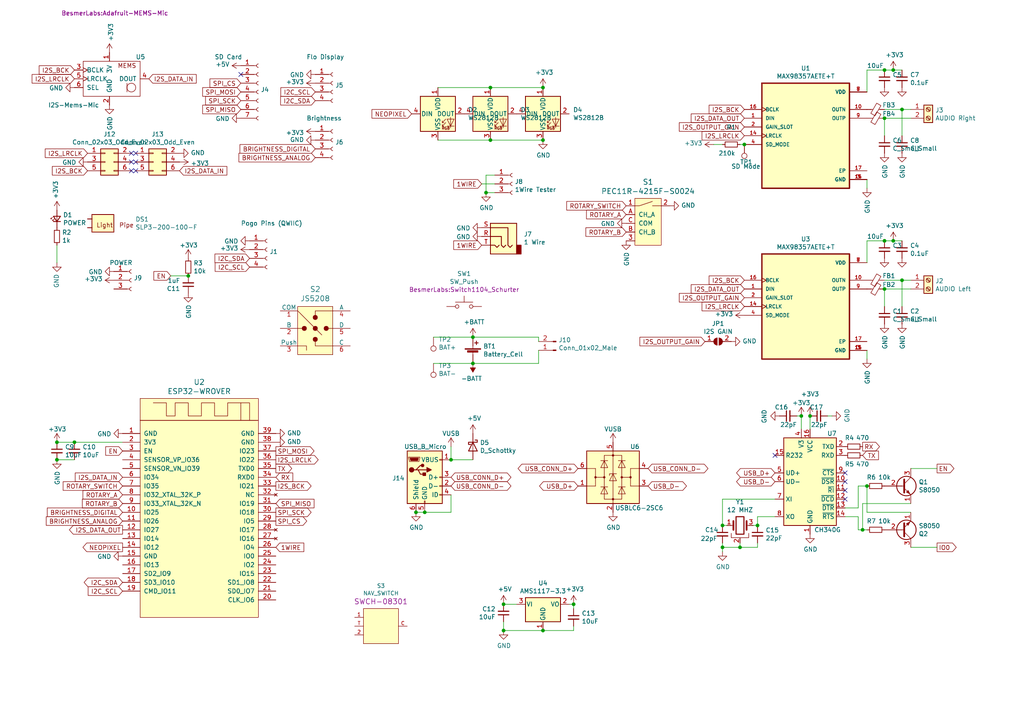
<source format=kicad_sch>
(kicad_sch (version 20211123) (generator eeschema)
  (paper "A4")
  (junction (at 259.08 20.32))
  (junction (at 234.95 120.65))
  (junction (at 256.54 69.85))
  (junction (at 219.71 152.4))
  (junction (at 261.62 31.75))
  (junction (at 140.97 55.88))
  (junction (at 157.48 182.88))
  (junction (at 142.24 40.64))
  (junction (at 21.59 128.27))
  (junction (at 232.41 120.65))
  (junction (at 209.55 158.75))
  (junction (at 123.19 148.59))
  (junction (at 137.16 105.41))
  (junction (at 209.55 152.4))
  (junction (at 214.63 158.75))
  (junction (at 54.61 80.01))
  (junction (at 157.48 40.64))
  (junction (at 166.37 175.26))
  (junction (at 137.16 97.79))
  (junction (at 256.54 34.29))
  (junction (at 261.62 81.28))
  (junction (at 120.65 148.59))
  (junction (at 256.54 20.32))
  (junction (at 157.48 25.4))
  (junction (at 130.81 133.35))
  (junction (at 16.51 128.27))
  (junction (at 250.19 153.67))
  (junction (at 146.05 175.26))
  (junction (at 256.54 83.82))
  (junction (at 259.08 69.85))
  (junction (at 251.46 140.97))
  (junction (at 16.51 133.35))
  (junction (at 215.9 41.91))
  (junction (at 142.24 25.4))
  (junction (at 146.05 182.88))
  (no_connect (at 245.11 144.78))
  (no_connect (at 245.11 139.7))
  (no_connect (at 69.85 21.59))
  (no_connect (at 245.11 142.24))
  (no_connect (at 38.1 46.99))
  (no_connect (at 39.37 44.45))
  (no_connect (at 39.37 46.99))
  (no_connect (at 245.11 137.16))
  (no_connect (at 224.79 132.08))
  (no_connect (at 38.1 49.53))
  (no_connect (at 39.37 49.53))
  (no_connect (at 38.1 44.45))
  (wire (pts (xy 245.11 147.32) (xy 248.92 147.32)))
  (wire (pts (xy 156.21 105.41) (xy 156.21 101.6)))
  (wire (pts (xy 264.16 148.59) (xy 251.46 148.59)))
  (wire (pts (xy 166.37 175.26) (xy 166.37 176.53)))
  (wire (pts (xy 256.54 31.75) (xy 261.62 31.75)))
  (wire (pts (xy 264.16 34.29) (xy 256.54 34.29)))
  (wire (pts (xy 125.73 97.79) (xy 137.16 97.79)))
  (wire (pts (xy 250.19 153.67) (xy 251.46 153.67)))
  (wire (pts (xy 209.55 152.4) (xy 209.55 144.78)))
  (wire (pts (xy 130.81 148.59) (xy 123.19 148.59)))
  (wire (pts (xy 251.46 101.6) (xy 251.46 104.14)))
  (wire (pts (xy 209.55 144.78) (xy 224.79 144.78)))
  (wire (pts (xy 219.71 149.86) (xy 224.79 149.86)))
  (wire (pts (xy 248.92 153.67) (xy 248.92 149.86)))
  (wire (pts (xy 271.78 158.75) (xy 264.16 158.75)))
  (wire (pts (xy 156.21 97.79) (xy 156.21 99.06)))
  (wire (pts (xy 264.16 83.82) (xy 256.54 83.82)))
  (wire (pts (xy 219.71 158.75) (xy 219.71 157.48)))
  (wire (pts (xy 120.65 148.59) (xy 123.19 148.59)))
  (wire (pts (xy 251.46 52.07) (xy 251.46 54.61)))
  (wire (pts (xy 21.59 128.27) (xy 35.56 128.27)))
  (wire (pts (xy 130.81 133.35) (xy 130.81 129.54)))
  (wire (pts (xy 259.08 20.32) (xy 256.54 20.32)))
  (wire (pts (xy 157.48 182.88) (xy 166.37 182.88)))
  (wire (pts (xy 234.95 120.65) (xy 234.95 124.46)))
  (wire (pts (xy 256.54 69.85) (xy 251.46 69.85)))
  (wire (pts (xy 245.11 149.86) (xy 248.92 149.86)))
  (wire (pts (xy 261.62 31.75) (xy 261.62 39.37)))
  (wire (pts (xy 166.37 182.88) (xy 166.37 181.61)))
  (wire (pts (xy 16.51 71.12) (xy 16.51 76.2)))
  (wire (pts (xy 251.46 20.32) (xy 251.46 26.67)))
  (wire (pts (xy 264.16 135.89) (xy 271.78 135.89)))
  (wire (pts (xy 209.55 158.75) (xy 214.63 158.75)))
  (wire (pts (xy 130.81 143.51) (xy 130.81 148.59)))
  (wire (pts (xy 261.62 31.75) (xy 264.16 31.75)))
  (wire (pts (xy 209.55 41.91) (xy 207.01 41.91)))
  (wire (pts (xy 140.97 55.88) (xy 140.97 50.8)))
  (wire (pts (xy 137.16 105.41) (xy 156.21 105.41)))
  (wire (pts (xy 146.05 182.88) (xy 157.48 182.88)))
  (wire (pts (xy 214.63 158.75) (xy 214.63 157.48)))
  (wire (pts (xy 256.54 20.32) (xy 251.46 20.32)))
  (wire (pts (xy 209.55 157.48) (xy 209.55 158.75)))
  (wire (pts (xy 251.46 148.59) (xy 251.46 140.97)))
  (wire (pts (xy 248.92 140.97) (xy 248.92 147.32)))
  (wire (pts (xy 250.19 146.05) (xy 250.19 153.67)))
  (wire (pts (xy 146.05 180.34) (xy 146.05 182.88)))
  (wire (pts (xy 251.46 140.97) (xy 248.92 140.97)))
  (wire (pts (xy 232.41 120.65) (xy 231.14 120.65)))
  (wire (pts (xy 256.54 39.37) (xy 256.54 34.29)))
  (wire (pts (xy 264.16 146.05) (xy 250.19 146.05)))
  (wire (pts (xy 143.51 55.88) (xy 140.97 55.88)))
  (wire (pts (xy 125.73 105.41) (xy 137.16 105.41)))
  (wire (pts (xy 127 40.64) (xy 142.24 40.64)))
  (wire (pts (xy 165.1 175.26) (xy 166.37 175.26)))
  (wire (pts (xy 209.55 158.75) (xy 209.55 160.02)))
  (wire (pts (xy 137.16 97.79) (xy 156.21 97.79)))
  (wire (pts (xy 261.62 81.28) (xy 261.62 88.9)))
  (wire (pts (xy 218.44 152.4) (xy 219.71 152.4)))
  (wire (pts (xy 142.24 25.4) (xy 157.48 25.4)))
  (wire (pts (xy 139.7 53.34) (xy 143.51 53.34)))
  (wire (pts (xy 49.53 80.01) (xy 54.61 80.01)))
  (wire (pts (xy 241.3 120.65) (xy 240.03 120.65)))
  (wire (pts (xy 142.24 40.64) (xy 157.48 40.64)))
  (wire (pts (xy 214.63 158.75) (xy 219.71 158.75)))
  (wire (pts (xy 16.51 128.27) (xy 21.59 128.27)))
  (wire (pts (xy 209.55 152.4) (xy 210.82 152.4)))
  (wire (pts (xy 146.05 175.26) (xy 149.86 175.26)))
  (wire (pts (xy 261.62 81.28) (xy 264.16 81.28)))
  (wire (pts (xy 250.19 153.67) (xy 248.92 153.67)))
  (wire (pts (xy 261.62 20.32) (xy 259.08 20.32)))
  (wire (pts (xy 251.46 69.85) (xy 251.46 76.2)))
  (wire (pts (xy 259.08 69.85) (xy 256.54 69.85)))
  (wire (pts (xy 127 25.4) (xy 142.24 25.4)))
  (wire (pts (xy 219.71 152.4) (xy 219.71 149.86)))
  (wire (pts (xy 256.54 81.28) (xy 261.62 81.28)))
  (wire (pts (xy 256.54 88.9) (xy 256.54 83.82)))
  (wire (pts (xy 214.63 41.91) (xy 215.9 41.91)))
  (wire (pts (xy 232.41 120.65) (xy 232.41 124.46)))
  (wire (pts (xy 140.97 50.8) (xy 143.51 50.8)))
  (wire (pts (xy 130.81 133.35) (xy 137.16 133.35)))
  (wire (pts (xy 261.62 69.85) (xy 259.08 69.85)))
  (wire (pts (xy 21.59 133.35) (xy 16.51 133.35)))
  (global_label "TX" (shape output) (at 80.01 135.89 0) (property "Intersheet References" "${INTERSHEET_REFS}" (effects hide)))
  (global_label "I2S_OUTPUT_GAIN" (shape input) (at 215.9 36.83 180) (property "Intersheet References" "${INTERSHEET_REFS}" (effects hide)))
  (global_label "EN" (shape output) (at 271.78 135.89 0) (property "Intersheet References" "${INTERSHEET_REFS}" (effects hide)))
  (global_label "NEOPIXEL" (shape output) (at 35.56 158.75 180) (property "Intersheet References" "${INTERSHEET_REFS}" (effects hide)))
  (global_label "I2S_BCK" (shape input) (at 21.59 20.32 180) (property "Intersheet References" "${INTERSHEET_REFS}" (effects hide)))
  (global_label "ROTARY_B" (shape input) (at 35.56 146.05 180) (property "Intersheet References" "${INTERSHEET_REFS}" (effects hide)))
  (global_label "USB_D+" (shape bidirectional) (at 167.64 140.97 180) (property "Intersheet References" "${INTERSHEET_REFS}" (effects hide)))
  (global_label "I2S_OUTPUT_GAIN" (shape input) (at 204.47 99.06 180) (property "Intersheet References" "${INTERSHEET_REFS}" (effects hide)))
  (global_label "EN" (shape input) (at 35.56 130.81 180) (property "Intersheet References" "${INTERSHEET_REFS}" (effects hide)))
  (global_label "ROTARY_A" (shape input) (at 181.61 62.23 180) (property "Intersheet References" "${INTERSHEET_REFS}" (effects hide)))
  (global_label "I2C_SCL" (shape input) (at 35.56 171.45 180) (property "Intersheet References" "${INTERSHEET_REFS}" (effects hide)))
  (global_label "RX" (shape input) (at 80.01 138.43 0) (property "Intersheet References" "${INTERSHEET_REFS}" (effects hide)))
  (global_label "USB_D-" (shape bidirectional) (at 224.79 139.7 180) (property "Intersheet References" "${INTERSHEET_REFS}" (effects hide)))
  (global_label "I2S_LRCLK" (shape input) (at 215.9 88.9 180) (property "Intersheet References" "${INTERSHEET_REFS}" (effects hide)))
  (global_label "1WIRE" (shape input) (at 139.7 53.34 180) (property "Intersheet References" "${INTERSHEET_REFS}" (effects hide)))
  (global_label "I2S_LRCLK" (shape input) (at 25.4 44.45 180) (property "Intersheet References" "${INTERSHEET_REFS}" (effects hide)))
  (global_label "I2C_SCL" (shape input) (at 91.44 26.67 180) (property "Intersheet References" "${INTERSHEET_REFS}" (effects hide)))
  (global_label "ROTARY_B" (shape input) (at 181.61 67.31 180) (property "Intersheet References" "${INTERSHEET_REFS}" (effects hide)))
  (global_label "1WIRE" (shape input) (at 139.7 71.12 180) (property "Intersheet References" "${INTERSHEET_REFS}" (effects hide)))
  (global_label "SPI_MISO" (shape input) (at 80.01 146.05 0) (property "Intersheet References" "${INTERSHEET_REFS}" (effects hide)))
  (global_label "USB_D-" (shape bidirectional) (at 187.96 140.97 0) (property "Intersheet References" "${INTERSHEET_REFS}" (effects hide)))
  (global_label "I2S_DATA_OUT" (shape output) (at 35.56 153.67 180) (property "Intersheet References" "${INTERSHEET_REFS}" (effects hide)))
  (global_label "I2C_SCL" (shape input) (at 72.39 77.47 180) (property "Intersheet References" "${INTERSHEET_REFS}" (effects hide)))
  (global_label "BRIGHTNESS_DIGITAL" (shape input) (at 91.44 43.18 180) (property "Intersheet References" "${INTERSHEET_REFS}" (effects hide)))
  (global_label "1WIRE" (shape input) (at 80.01 158.75 0) (property "Intersheet References" "${INTERSHEET_REFS}" (effects hide)))
  (global_label "SPI_SCK" (shape input) (at 69.85 29.21 180) (property "Intersheet References" "${INTERSHEET_REFS}" (effects hide)))
  (global_label "I2C_SDA" (shape bidirectional) (at 35.56 168.91 180) (property "Intersheet References" "${INTERSHEET_REFS}" (effects hide)))
  (global_label "USB_CONN_D-" (shape bidirectional) (at 130.81 140.97 0) (property "Intersheet References" "${INTERSHEET_REFS}" (effects hide)))
  (global_label "IO0" (shape output) (at 271.78 158.75 0) (property "Intersheet References" "${INTERSHEET_REFS}" (effects hide)))
  (global_label "SPI_MOSI" (shape output) (at 80.01 130.81 0) (property "Intersheet References" "${INTERSHEET_REFS}" (effects hide)))
  (global_label "SPI_MISO" (shape input) (at 69.85 31.75 180) (property "Intersheet References" "${INTERSHEET_REFS}" (effects hide)))
  (global_label "ROTARY_SWITCH" (shape input) (at 181.61 59.69 180) (property "Intersheet References" "${INTERSHEET_REFS}" (effects hide)))
  (global_label "I2S_BCK" (shape input) (at 215.9 31.75 180) (property "Intersheet References" "${INTERSHEET_REFS}" (effects hide)))
  (global_label "I2C_SDA" (shape input) (at 91.44 29.21 180) (property "Intersheet References" "${INTERSHEET_REFS}" (effects hide)))
  (global_label "I2S_LRCLK" (shape input) (at 21.59 22.86 180) (property "Intersheet References" "${INTERSHEET_REFS}" (effects hide)))
  (global_label "SPI_CS" (shape input) (at 69.85 24.13 180) (property "Intersheet References" "${INTERSHEET_REFS}" (effects hide)))
  (global_label "TX" (shape input) (at 250.19 132.08 0) (property "Intersheet References" "${INTERSHEET_REFS}" (effects hide)))
  (global_label "SPI_CS" (shape output) (at 80.01 151.13 0) (property "Intersheet References" "${INTERSHEET_REFS}" (effects hide)))
  (global_label "USB_CONN_D+" (shape bidirectional) (at 130.81 138.43 0) (property "Intersheet References" "${INTERSHEET_REFS}" (effects hide)))
  (global_label "I2S_DATA_IN" (shape input) (at 43.18 22.86 0) (property "Intersheet References" "${INTERSHEET_REFS}" (effects hide)))
  (global_label "ROTARY_A" (shape input) (at 35.56 143.51 180) (property "Intersheet References" "${INTERSHEET_REFS}" (effects hide)))
  (global_label "I2S_BCK" (shape output) (at 80.01 140.97 0) (property "Intersheet References" "${INTERSHEET_REFS}" (effects hide)))
  (global_label "BRIGHTNESS_ANALOG" (shape input) (at 35.56 151.13 180) (property "Intersheet References" "${INTERSHEET_REFS}" (effects hide)))
  (global_label "USB_CONN_D-" (shape bidirectional) (at 187.96 135.89 0) (property "Intersheet References" "${INTERSHEET_REFS}" (effects hide)))
  (global_label "I2S_DATA_OUT" (shape input) (at 215.9 83.82 180) (property "Intersheet References" "${INTERSHEET_REFS}" (effects hide)))
  (global_label "RX" (shape output) (at 250.19 129.54 0) (property "Intersheet References" "${INTERSHEET_REFS}" (effects hide)))
  (global_label "ROTARY_SWITCH" (shape input) (at 35.56 140.97 180) (property "Intersheet References" "${INTERSHEET_REFS}" (effects hide)))
  (global_label "USB_D+" (shape bidirectional) (at 224.79 137.16 180) (property "Intersheet References" "${INTERSHEET_REFS}" (effects hide)))
  (global_label "I2S_DATA_OUT" (shape input) (at 215.9 34.29 180) (property "Intersheet References" "${INTERSHEET_REFS}" (effects hide)))
  (global_label "I2C_SDA" (shape input) (at 72.39 74.93 180) (property "Intersheet References" "${INTERSHEET_REFS}" (effects hide)))
  (global_label "I2S_OUTPUT_GAIN" (shape input) (at 215.9 86.36 180) (property "Intersheet References" "${INTERSHEET_REFS}" (effects hide)))
  (global_label "NEOPIXEL" (shape input) (at 119.38 33.02 180) (property "Intersheet References" "${INTERSHEET_REFS}" (effects hide)))
  (global_label "SPI_SCK" (shape output) (at 80.01 148.59 0) (property "Intersheet References" "${INTERSHEET_REFS}" (effects hide)))
  (global_label "I2S_DATA_IN" (shape input) (at 35.56 138.43 180) (property "Intersheet References" "${INTERSHEET_REFS}" (effects hide)))
  (global_label "SPI_MOSI" (shape input) (at 69.85 26.67 180) (property "Intersheet References" "${INTERSHEET_REFS}" (effects hide)))
  (global_label "I2S_LRCLK" (shape input) (at 215.9 39.37 180) (property "Intersheet References" "${INTERSHEET_REFS}" (effects hide)))
  (global_label "BRIGHTNESS_DIGITAL" (shape input) (at 35.56 148.59 180) (property "Intersheet References" "${INTERSHEET_REFS}" (effects hide)))
  (global_label "I2S_BCK" (shape input) (at 25.4 49.53 180) (property "Intersheet References" "${INTERSHEET_REFS}" (effects hide)))
  (global_label "I2S_BCK" (shape input) (at 215.9 81.28 180) (property "Intersheet References" "${INTERSHEET_REFS}" (effects hide)))
  (global_label "EN" (shape input) (at 49.53 80.01 180) (property "Intersheet References" "${INTERSHEET_REFS}" (effects hide)))
  (global_label "I2S_DATA_IN" (shape input) (at 52.07 49.53 0) (property "Intersheet References" "${INTERSHEET_REFS}" (effects hide)))
  (global_label "BRIGHTNESS_ANALOG" (shape input) (at 91.44 45.72 180) (property "Intersheet References" "${INTERSHEET_REFS}" (effects hide)))
  (global_label "USB_CONN_D+" (shape bidirectional) (at 167.64 135.89 180) (property "Intersheet References" "${INTERSHEET_REFS}" (effects hide)))
  (global_label "I2S_LRCLK" (shape output) (at 80.01 133.35 0) (property "Intersheet References" "${INTERSHEET_REFS}" (effects hide)))
  (symbol (lib_id "power:GND") (at 80.01 125.73 90) (unit 1)
    (property "Reference" "#PWR0102" (effects hide))
    (property "Value" "GND" (at 83.2612 125.603 90) (effects (justify right)))
  )
  (symbol (lib_id "power:GND") (at 80.01 128.27 90) (unit 1)
    (property "Reference" "#PWR0101" (effects hide))
    (property "Value" "GND" (at 83.2612 128.143 90) (effects (justify right)))
  )
  (symbol (lib_id "power:GND") (at 35.56 125.73 270) (unit 1)
    (property "Reference" "#PWR0103" (effects hide))
    (property "Value" "GND" (at 32.3088 125.857 90) (effects (justify right)))
  )
  (symbol (lib_id "power:+3V3") (at 16.51 128.27 0) (unit 1)
    (property "Reference" "#PWR0104" (effects hide))
    (property "Value" "+3V3" (at 13.97 124.46 0) (effects (justify left)))
  )
  (symbol (lib_id "Multiplatine-rescue:ESP32-WROVER-esp32-wrover") (at 58.42 144.78 0) (unit 1)
    (property "Reference" "U2" (at 57.785 110.8202 0) (effects (font (size 1.524 1.524))))
    (property "Value" "ESP32-WROVER" (at 57.785 113.5126 0) (effects (font (size 1.524 1.524))))
    (property "Footprint" "ESP32-WROVER-B__16MB:XCVR_ESP32-WROVER-B_(16MB)" (effects hide))
    (property "Datasheet" "https://www.espressif.com/sites/default/files/documentation/esp32-wrover_datasheet_en.pdf" (effects hide))
  )
  (symbol (lib_id "Jumper:SolderJumper_2_Open") (at 208.28 99.06 0) (unit 1)
    (property "Reference" "JP1" (at 208.28 93.853 0))
    (property "Value" "I2S GAIN" (at 208.28 96.1644 0))
    (property "Footprint" "Jumper:SolderJumper-2_P1.3mm_Open_RoundedPad1.0x1.5mm" (effects hide))
  )
  (symbol (lib_id "power:GND") (at 212.09 99.06 90) (unit 1)
    (property "Reference" "#PWR0108" (effects hide))
    (property "Value" "GND" (at 215.3412 98.933 90) (effects (justify right)))
  )
  (symbol (lib_id "Multiplatine-rescue:I2S-Mems-Mic-BesmerLabs") (at 31.75 22.86 0) (unit 1)
    (property "Reference" "U5" (at 39.37 16.51 0) (effects (justify left)))
    (property "Value" "I2S-Mems-Mic" (at 13.97 30.48 0) (effects (justify left)))
    (property "Footprint" "BesmerLabs:Adafruit-MEMS-Mic" (at 17.78 3.81 0) (effects (justify left)))
  )
  (symbol (lib_id "power:+3V3") (at 31.75 15.24 0) (unit 1)
    (property "Reference" "#PWR0151" (effects hide))
    (property "Value" "+3V3" (at 32.131 11.9888 90) (effects (justify left)))
  )
  (symbol (lib_id "power:GND") (at 21.59 25.4 270) (unit 1)
    (property "Reference" "#PWR0152" (effects hide))
    (property "Value" "GND" (at 18.3388 25.527 90) (effects (justify right)))
  )
  (symbol (lib_id "power:GND") (at 31.75 30.48 0) (unit 1)
    (property "Reference" "#PWR0153" (effects hide))
    (property "Value" "GND" (at 31.877 33.7312 90) (effects (justify right)))
  )
  (symbol (lib_id "Multiplatine-rescue:Ferrite_Bead_Small-Device") (at 254 81.28 270) (unit 1)
    (property "Reference" "FB1" (at 257.81 80.01 90))
    (property "Value" "Ferrite_Bead_Small" (effects hide))
    (property "Footprint" "Resistor_SMD:R_0805_2012Metric" (effects hide))
  )
  (symbol (lib_id "Connector:Screw_Terminal_01x02") (at 269.24 81.28 0) (unit 1)
    (property "Reference" "J2" (at 271.272 81.4832 0) (effects (justify left)))
    (property "Value" "AUDIO Left" (at 271.272 83.7946 0) (effects (justify left)))
    (property "Footprint" "TerminalBlock_4Ucon:TerminalBlock_4Ucon_1x02_P3.50mm_Horizontal" (effects hide))
  )
  (symbol (lib_id "power:+3V3") (at 52.07 46.99 270) (unit 1)
    (property "Reference" "#PWR0147" (effects hide))
    (property "Value" "+3V3" (at 55.3212 47.371 90) (effects (justify left)))
  )
  (symbol (lib_id "power:GND") (at 25.4 46.99 270) (unit 1)
    (property "Reference" "#PWR0148" (effects hide))
    (property "Value" "GND" (at 22.1488 47.117 90) (effects (justify right)))
  )
  (symbol (lib_id "power:GND") (at 52.07 44.45 90) (unit 1)
    (property "Reference" "#PWR0149" (effects hide))
    (property "Value" "GND" (at 55.3212 44.323 90) (effects (justify right)))
  )
  (symbol (lib_id "power:+3V3") (at 259.08 69.85 0) (unit 1)
    (property "Reference" "#PWR0109" (effects hide))
    (property "Value" "+3V3" (at 259.461 65.4558 0))
  )
  (symbol (lib_id "Multiplatine-rescue:Ferrite_Bead_Small-Device") (at 254 83.82 270) (unit 1)
    (property "Reference" "FB2" (at 257.81 82.55 90))
    (property "Value" "Ferrite_Bead_Small" (effects hide))
    (property "Footprint" "Resistor_SMD:R_0805_2012Metric" (effects hide))
  )
  (symbol (lib_id "Device:C_Small") (at 261.62 91.44 0) (unit 1)
    (property "Reference" "C2" (at 263.9568 90.2716 0) (effects (justify left)))
    (property "Value" "C_Small" (at 263.9568 92.583 0) (effects (justify left)))
    (property "Footprint" "Capacitor_SMD:C_0805_2012Metric" (effects hide))
  )
  (symbol (lib_id "Multiplatine-rescue:MAX98357AETE+T-MAX98357AETE_T_I2S") (at 233.68 39.37 0) (unit 1)
    (property "Reference" "U1" (at 233.68 19.812 0))
    (property "Value" "MAX98357AETE+T" (at 233.68 22.1234 0))
    (property "Footprint" "QFN50P300X300X80-17N" (effects hide))
    (property "MP" "MAX98357AETE+T" (effects hide))
    (property "Description" "Audio Amp Speaker 1-CH Mono Class-D 16-Pin TQFN EP T/R" (effects hide))
    (property "Package" "TQFN-16 Maxim" (effects hide))
    (property "Price" "None" (effects hide))
    (property "Availability" "Unavailable" (effects hide))
    (property "MF" "Maxim Integrated" (effects hide))
  )
  (symbol (lib_id "Interface_USB:CH340G") (at 234.95 139.7 0) (unit 1)
    (property "Reference" "U7" (at 241.3 125.73 0))
    (property "Value" "CH340G" (at 240.03 153.67 0))
    (property "Footprint" "Package_SO:SOIC-16_3.9x9.9mm_P1.27mm" (effects hide))
    (property "Datasheet" "https://cdn.sparkfun.com/datasheets/Dev/Arduino/Other/CH340DS1.PDF" (effects hide))
  )
  (symbol (lib_id "Multiplatine-rescue:MAX98357AETE+T-MAX98357AETE_T_I2S") (at 233.68 88.9 0) (unit 1)
    (property "Reference" "U3" (at 233.68 69.342 0))
    (property "Value" "MAX98357AETE+T" (at 233.68 71.6534 0))
    (property "Footprint" "QFN50P300X300X80-17N" (effects hide))
    (property "MP" "MAX98357AETE+T" (effects hide))
    (property "Description" "Audio Amp Speaker 1-CH Mono Class-D 16-Pin TQFN EP T/R" (effects hide))
    (property "Package" "TQFN-16 Maxim" (effects hide))
    (property "Price" "None" (effects hide))
    (property "Availability" "Unavailable" (effects hide))
    (property "MF" "Maxim Integrated" (effects hide))
  )
  (symbol (lib_id "Multiplatine-rescue:SLP3-200-100-F-SLP3-200-100-F_Lightpipe") (at 27.94 64.77 0) (unit 1)
    (property "Reference" "DS1" (at 39.2684 63.6016 0) (effects (justify left)))
    (property "Value" "SLP3-200-100-F" (at 39.2684 65.913 0) (effects (justify left)))
    (property "Footprint" "BIVAR_SLP3-200-100-F" (effects hide))
    (property "PARTREV" "J" (effects hide))
    (property "MAXIMUM_PACKAGE_HEIGHT" "5.1 mm" (effects hide))
    (property "STANDARD" "Manufacturer Recommendations" (effects hide))
    (property "MANUFACTURER" "Bivar Inc." (effects hide))
  )
  (symbol (lib_id "Device:C_Small") (at 256.54 91.44 0) (unit 1)
    (property "Reference" "C1" (at 258.8768 90.2716 0) (effects (justify left)))
    (property "Value" "C_Small" (at 258.8768 92.583 0) (effects (justify left)))
    (property "Footprint" "Capacitor_SMD:C_0805_2012Metric" (effects hide))
  )
  (symbol (lib_id "power:GND") (at 256.54 93.98 0) (unit 1)
    (property "Reference" "#PWR0111" (effects hide))
    (property "Value" "GND" (at 256.667 97.2312 90) (effects (justify right)))
  )
  (symbol (lib_id "power:GND") (at 261.62 93.98 0) (unit 1)
    (property "Reference" "#PWR0112" (effects hide))
    (property "Value" "GND" (at 261.747 97.2312 90) (effects (justify right)))
  )
  (symbol (lib_id "power:GND") (at 251.46 104.14 0) (unit 1)
    (property "Reference" "#PWR0113" (effects hide))
    (property "Value" "GND" (at 251.587 107.3912 90) (effects (justify right)))
  )
  (symbol (lib_id "Connector_Generic:Conn_02x03_Odd_Even") (at 30.48 46.99 0) (unit 1)
    (property "Reference" "J12" (at 31.75 38.9382 0))
    (property "Value" "Conn_02x03_Odd_Even" (at 31.75 41.2496 0))
    (property "Footprint" "Connector_PinHeader_2.54mm:PinHeader_2x03_P2.54mm_Vertical" (effects hide))
  )
  (symbol (lib_id "Connector_Generic:Conn_02x03_Odd_Even") (at 44.45 46.99 0) (unit 1)
    (property "Reference" "J13" (at 45.72 38.9382 0))
    (property "Value" "Conn_02x03_Odd_Even" (at 45.72 41.2496 0))
    (property "Footprint" "Connector_PinHeader_2.54mm:PinHeader_2x03_P2.54mm_Vertical" (effects hide))
  )
  (symbol (lib_id "Connector:Conn_01x04_Female") (at 77.47 72.39 0) (unit 1)
    (property "Reference" "J1" (at 78.1812 72.9996 0) (effects (justify left)))
    (property "Value" "Pogo Pins (QWIIC)" (at 69.85 64.77 0) (effects (justify left)))
    (property "Footprint" "BesmerLabs:MagneticPogoPinFlat4" (effects hide))
  )
  (symbol (lib_id "Device:C_Small") (at 256.54 72.39 0) (unit 1)
    (property "Reference" "C3" (at 258.8768 71.2216 0) (effects (justify left)))
    (property "Value" "10uF" (at 251.46 68.58 0) (effects (justify left)))
    (property "Footprint" "Capacitor_SMD:C_0805_2012Metric" (effects hide))
  )
  (symbol (lib_id "power:GND") (at 256.54 74.93 0) (unit 1)
    (property "Reference" "#PWR0114" (effects hide))
    (property "Value" "GND" (effects hide))
  )
  (symbol (lib_id "power:GND") (at 72.39 69.85 270) (unit 1)
    (property "Reference" "#PWR0105" (effects hide))
    (property "Value" "GND" (at 69.1388 69.977 90) (effects (justify right)))
  )
  (symbol (lib_id "power:+3V3") (at 72.39 72.39 90) (unit 1)
    (property "Reference" "#PWR0106" (effects hide))
    (property "Value" "+3V3" (at 69.1388 72.009 90) (effects (justify left)))
  )
  (symbol (lib_id "Regulator_Linear:AMS1117-3.3") (at 157.48 175.26 0) (unit 1)
    (property "Reference" "U4" (at 157.48 169.1132 0))
    (property "Value" "AMS1117-3.3" (at 157.48 171.4246 0))
    (property "Footprint" "Package_TO_SOT_SMD:SOT-223-3_TabPin2" (effects hide))
    (property "Datasheet" "http://www.advanced-monolithic.com/pdf/ds1117.pdf" (effects hide))
  )
  (symbol (lib_id "Transistor_BJT:S8050") (at 261.62 140.97 0) (unit 1)
    (property "Reference" "Q1" (at 266.446 139.8016 0) (effects (justify left)))
    (property "Value" "S8050" (at 266.446 142.113 0) (effects (justify left)))
    (property "Footprint" "Package_TO_SOT_SMD:SOT-23" (effects hide))
    (property "Datasheet" "http://www.unisonic.com.tw/datasheet/S8050.pdf" (effects hide))
  )
  (symbol (lib_id "Transistor_BJT:S8050") (at 261.62 153.67 0) (mirror x) (unit 1)
    (property "Reference" "Q2" (at 266.446 154.8384 0) (effects (justify left)))
    (property "Value" "S8050" (at 266.446 152.527 0) (effects (justify left)))
    (property "Footprint" "Package_TO_SOT_SMD:SOT-23" (effects hide))
    (property "Datasheet" "http://www.unisonic.com.tw/datasheet/S8050.pdf" (effects hide))
  )
  (symbol (lib_id "Device:C_Small") (at 261.62 72.39 0) (unit 1)
    (property "Reference" "C4" (at 263.9568 71.2216 0) (effects (justify left)))
    (property "Value" "0.1uF" (at 263.9568 73.533 0) (effects (justify left)))
    (property "Footprint" "Capacitor_SMD:C_0805_2012Metric" (effects hide))
  )
  (symbol (lib_id "power:GND") (at 261.62 74.93 0) (unit 1)
    (property "Reference" "#PWR0115" (effects hide))
    (property "Value" "GND" (effects hide))
  )
  (symbol (lib_id "Device:D_Schottky") (at 137.16 129.54 270) (unit 1)
    (property "Reference" "D5" (at 139.192 128.3716 90) (effects (justify left)))
    (property "Value" "D_Schottky" (at 139.192 130.683 90) (effects (justify left)))
    (property "Footprint" "Diode_SMD:D_SOD-123" (effects hide))
    (property "Datasheet" "https://lcsc.com/product-detail/Schottky-Barrier-Diodes-SBD_Changjiang-Electronics-Tech-CJ-B5819W_C8598.html/?href=jlc-SMT" (effects hide))
  )
  (symbol (lib_id "Device:C_Small") (at 146.05 177.8 0) (mirror x) (unit 1)
    (property "Reference" "C12" (at 143.7386 176.6316 0) (effects (justify right)))
    (property "Value" "10uF" (at 143.7386 178.943 0) (effects (justify right)))
    (property "Footprint" "Capacitor_SMD:C_0805_2012Metric" (effects hide))
  )
  (symbol (lib_id "Connector:USB_B_Micro") (at 123.19 138.43 0) (unit 1)
    (property "Reference" "J14" (at 117.348 138.7094 0) (effects (justify right)))
    (property "Value" "USB_B_Micro" (at 129.54 129.54 0) (effects (justify right)))
    (property "Footprint" "Connector_USB:USB_Micro-B_Molex-105017-0001" (effects hide))
    (property "Datasheet" "https://datasheet.lcsc.com/szlcsc/1912111437_SHOU-HAN-MicroXNJ_C404969.pdf" (effects hide))
    (property "LCSC" "C404969" (effects hide))
  )
  (symbol (lib_id "Device:C_Small") (at 166.37 179.07 0) (unit 1)
    (property "Reference" "C13" (at 168.7068 177.9016 0) (effects (justify left)))
    (property "Value" "10uF" (at 168.7068 180.213 0) (effects (justify left)))
    (property "Footprint" "Capacitor_SMD:C_0805_2012Metric" (effects hide))
  )
  (symbol (lib_id "power:+3V3") (at 232.41 120.65 0) (unit 1)
    (property "Reference" "#PWR0107" (effects hide))
    (property "Value" "+3V3" (at 232.41 116.84 0))
  )
  (symbol (lib_id "power:+3V3") (at 215.9 91.44 90) (unit 1)
    (property "Reference" "#PWR0110" (effects hide))
    (property "Value" "+3V3" (at 212.6488 91.059 90) (effects (justify left)))
  )
  (symbol (lib_id "Device:Crystal_GND2") (at 214.63 152.4 0) (unit 1)
    (property "Reference" "Y1" (at 214.63 145.5928 0))
    (property "Value" "12 MHZ" (at 214.63 147.9042 0))
    (property "Footprint" "Crystal:Crystal_SMD_3225-4Pin_3.2x2.5mm" (effects hide))
    (property "LCSC" "C9002" (effects hide))
  )
  (symbol (lib_id "Device:C_Small") (at 219.71 154.94 0) (unit 1)
    (property "Reference" "C15" (at 222.0468 153.7716 0) (effects (justify left)))
    (property "Value" "22pF" (at 222.0468 156.083 0) (effects (justify left)))
    (property "Footprint" "Capacitor_SMD:C_0805_2012Metric" (effects hide))
  )
  (symbol (lib_id "Device:C_Small") (at 209.55 154.94 0) (unit 1)
    (property "Reference" "C14" (at 204.47 153.67 0) (effects (justify left)))
    (property "Value" "22pF" (at 203.2 156.21 0) (effects (justify left)))
    (property "Footprint" "Capacitor_SMD:C_0805_2012Metric" (effects hide))
  )
  (symbol (lib_id "Power_Protection:USBLC6-2SC6") (at 177.8 138.43 0) (unit 1)
    (property "Reference" "U6" (at 184.15 129.54 0))
    (property "Value" "USBLC6-2SC6" (at 185.42 147.32 0))
    (property "Footprint" "Package_TO_SOT_SMD:SOT-23-6" (effects hide))
    (property "Datasheet" "https://www.st.com/resource/en/datasheet/usblc6-2.pdf" (effects hide))
  )
  (symbol (lib_id "Connector:Screw_Terminal_01x02") (at 269.24 31.75 0) (unit 1)
    (property "Reference" "J3" (at 271.272 31.9532 0) (effects (justify left)))
    (property "Value" "AUDIO Right" (at 271.272 34.2646 0) (effects (justify left)))
    (property "Footprint" "TerminalBlock_4Ucon:TerminalBlock_4Ucon_1x02_P3.50mm_Horizontal" (effects hide))
  )
  (symbol (lib_id "Multiplatine-rescue:Ferrite_Bead_Small-Device") (at 254 34.29 270) (unit 1)
    (property "Reference" "FB4" (at 257.81 33.02 90))
    (property "Value" "Ferrite_Bead_Small" (effects hide))
    (property "Footprint" "Resistor_SMD:R_0805_2012Metric" (effects hide))
  )
  (symbol (lib_id "Device:C_Small") (at 261.62 41.91 0) (unit 1)
    (property "Reference" "C8" (at 263.9568 40.7416 0) (effects (justify left)))
    (property "Value" "C_Small" (at 263.9568 43.053 0) (effects (justify left)))
    (property "Footprint" "Resistor_SMD:R_0805_2012Metric" (effects hide))
  )
  (symbol (lib_id "power:+3V3") (at 259.08 20.32 0) (unit 1)
    (property "Reference" "#PWR0117" (effects hide))
    (property "Value" "+3V3" (at 259.461 15.9258 0))
  )
  (symbol (lib_id "Multiplatine-rescue:Ferrite_Bead_Small-Device") (at 254 31.75 270) (unit 1)
    (property "Reference" "FB3" (at 257.81 30.48 90))
    (property "Value" "Ferrite_Bead_Small" (effects hide))
    (property "Footprint" "Resistor_SMD:R_0805_2012Metric" (effects hide))
  )
  (symbol (lib_id "Device:C_Small") (at 256.54 41.91 0) (unit 1)
    (property "Reference" "C6" (at 258.8768 40.7416 0) (effects (justify left)))
    (property "Value" "C_Small" (at 258.8768 43.053 0) (effects (justify left)))
    (property "Footprint" "Resistor_SMD:R_0805_2012Metric" (effects hide))
  )
  (symbol (lib_id "power:GND") (at 256.54 44.45 0) (unit 1)
    (property "Reference" "#PWR0118" (effects hide))
    (property "Value" "GND" (at 256.667 47.7012 90) (effects (justify right)))
  )
  (symbol (lib_id "power:GND") (at 261.62 44.45 0) (unit 1)
    (property "Reference" "#PWR0119" (effects hide))
    (property "Value" "GND" (at 261.747 47.7012 90) (effects (justify right)))
  )
  (symbol (lib_id "power:GND") (at 251.46 54.61 0) (unit 1)
    (property "Reference" "#PWR0120" (effects hide))
    (property "Value" "GND" (at 251.587 57.8612 90) (effects (justify right)))
  )
  (symbol (lib_id "Device:C_Small") (at 256.54 22.86 0) (unit 1)
    (property "Reference" "C5" (at 258.8768 21.6916 0) (effects (justify left)))
    (property "Value" "10uF" (at 251.46 19.05 0) (effects (justify left)))
    (property "Footprint" "Capacitor_SMD:C_0805_2012Metric" (effects hide))
  )
  (symbol (lib_id "power:GND") (at 256.54 25.4 0) (unit 1)
    (property "Reference" "#PWR0121" (effects hide))
    (property "Value" "GND" (effects hide))
  )
  (symbol (lib_id "Device:C_Small") (at 261.62 22.86 0) (unit 1)
    (property "Reference" "C7" (at 263.9568 21.6916 0) (effects (justify left)))
    (property "Value" "0.1uF" (at 263.9568 24.003 0) (effects (justify left)))
    (property "Footprint" "Capacitor_SMD:C_0805_2012Metric" (effects hide))
  )
  (symbol (lib_id "power:GND") (at 261.62 25.4 0) (unit 1)
    (property "Reference" "#PWR0122" (effects hide))
    (property "Value" "GND" (effects hide))
  )
  (symbol (lib_id "power:+3V3") (at 207.01 41.91 90) (unit 1)
    (property "Reference" "#PWR0123" (effects hide))
    (property "Value" "+3V3" (at 203.7588 41.529 90) (effects (justify left)))
  )
  (symbol (lib_id "Device:R_Small") (at 212.09 41.91 270) (unit 1)
    (property "Reference" "R1" (at 212.09 36.9316 90))
    (property "Value" "210k" (at 210.82 44.45 90))
    (property "Footprint" "Resistor_SMD:R_0805_2012Metric" (effects hide))
  )
  (symbol (lib_id "Multiplatine-rescue:PEC11R-4215F-S0024-dk_Encoders") (at 189.23 62.23 0) (unit 1)
    (property "Reference" "S1" (at 187.96 52.7812 0) (effects (font (size 1.524 1.524))))
    (property "Value" "PEC11R-4215F-S0024" (at 187.96 55.4736 0) (effects (font (size 1.524 1.524))))
    (property "Footprint" "digikey-footprints:Rotary_Encoder_Switched_PEC11R" (effects hide))
    (property "Datasheet" "https://www.bourns.com/docs/Product-Datasheets/PEC11R.pdf" (effects hide))
    (property "Digi-Key_PN" "PEC11R-4215F-S0024-ND" (effects hide))
    (property "MPN" "PEC11R-4215F-S0024" (effects hide))
    (property "Category" "Sensors, Transducers" (effects hide))
    (property "Family" "Encoders" (effects hide))
    (property "DK_Datasheet_Link" "https://www.bourns.com/docs/Product-Datasheets/PEC11R.pdf" (effects hide))
    (property "DK_Detail_Page" "/product-detail/en/bourns-inc/PEC11R-4215F-S0024/PEC11R-4215F-S0024-ND/4499665" (effects hide))
    (property "Description" "ROTARY ENCODER MECHANICAL 24PPR" (effects hide))
    (property "Manufacturer" "Bourns Inc." (effects hide))
    (property "Status" "Active" (effects hide))
  )
  (symbol (lib_id "Device:R_Small") (at 247.65 129.54 270) (unit 1)
    (property "Reference" "R4" (at 246.38 127 90))
    (property "Value" "470" (at 250.19 127 90))
    (property "Footprint" "Resistor_SMD:R_0805_2012Metric" (effects hide))
  )
  (symbol (lib_id "Device:R_Small") (at 247.65 132.08 270) (unit 1)
    (property "Reference" "R5" (at 246.38 134.62 90))
    (property "Value" "470" (at 250.19 134.62 90))
    (property "Footprint" "Resistor_SMD:R_0805_2012Metric" (effects hide))
  )
  (symbol (lib_id "power:GND") (at 194.31 59.69 90) (unit 1)
    (property "Reference" "#PWR0150" (effects hide))
    (property "Value" "GND" (at 197.5612 59.563 90) (effects (justify right)))
  )
  (symbol (lib_id "Device:R_Small") (at 254 140.97 270) (unit 1)
    (property "Reference" "R6" (at 252.73 138.43 90))
    (property "Value" "10k" (at 256.54 138.43 90))
    (property "Footprint" "Resistor_SMD:R_0805_2012Metric" (effects hide))
  )
  (symbol (lib_id "Device:R_Small") (at 254 153.67 270) (unit 1)
    (property "Reference" "R7" (at 252.73 151.13 90))
    (property "Value" "10k" (at 256.54 151.13 90))
    (property "Footprint" "Resistor_SMD:R_0805_2012Metric" (effects hide))
  )
  (symbol (lib_id "Switch:SW_Push") (at 134.62 88.9 0) (unit 1)
    (property "Reference" "SW1" (at 134.62 79.375 0))
    (property "Value" "SW_Push" (at 134.62 81.6864 0))
    (property "Footprint" "BesmerLabs:Switch1104_Schurter" (at 134.62 83.9978 0))
  )
  (symbol (lib_id "power:GND") (at 209.55 160.02 0) (unit 1)
    (property "Reference" "#PWR0146" (effects hide))
    (property "Value" "GND" (at 209.677 164.4142 0))
  )
  (symbol (lib_id "Connector:TestPoint") (at 215.9 41.91 180) (unit 1)
    (property "Reference" "TP1" (at 214.63 46.99 0) (effects (justify right)))
    (property "Value" "SD Mode" (at 212.09 48.26 0) (effects (justify right)))
    (property "Footprint" "TestPoint:TestPoint_Pad_D1.5mm" (effects hide))
  )
  (symbol (lib_id "power:GND") (at 69.85 34.29 270) (unit 1)
    (property "Reference" "#PWR0116" (effects hide))
    (property "Value" "GND" (at 66.5988 34.417 90) (effects (justify right)))
  )
  (symbol (lib_id "Connector:Conn_01x04_Female") (at 96.52 24.13 0) (unit 1)
    (property "Reference" "J5" (at 97.2312 24.7396 0) (effects (justify left)))
    (property "Value" "Flo Display" (at 88.9 16.51 0) (effects (justify left)))
    (property "Footprint" "Connector_PinHeader_2.54mm:PinHeader_1x04_P2.54mm_Vertical" (effects hide))
  )
  (symbol (lib_id "power:GND") (at 91.44 21.59 270) (unit 1)
    (property "Reference" "#PWR0125" (effects hide))
    (property "Value" "GND" (at 88.1888 21.717 90) (effects (justify right)))
  )
  (symbol (lib_id "power:+3V3") (at 91.44 24.13 90) (unit 1)
    (property "Reference" "#PWR0126" (effects hide))
    (property "Value" "+3V3" (at 88.1888 23.749 90) (effects (justify left)))
  )
  (symbol (lib_id "Multiplatine-rescue:V_USB-BesmerLabs") (at 130.81 129.54 0) (unit 1)
    (property "Reference" "#PWR0154" (effects hide))
    (property "Value" "V_USB" (at 130.81 125.73 0))
  )
  (symbol (lib_id "power:GND") (at 120.65 148.59 0) (unit 1)
    (property "Reference" "#PWR0155" (effects hide))
    (property "Value" "GND" (at 120.777 152.9842 0))
  )
  (symbol (lib_id "Connector:Conn_01x04_Female") (at 96.52 40.64 0) (unit 1)
    (property "Reference" "J6" (at 97.2312 41.2496 0) (effects (justify left)))
    (property "Value" "Brightness" (at 88.9 34.29 0) (effects (justify left)))
    (property "Footprint" "Connector_PinHeader_2.54mm:PinHeader_1x04_P2.54mm_Vertical" (effects hide))
  )
  (symbol (lib_id "power:GND") (at 91.44 40.64 270) (mirror x) (unit 1)
    (property "Reference" "#PWR0127" (effects hide))
    (property "Value" "GND" (at 88.1888 40.513 90) (effects (justify right)))
  )
  (symbol (lib_id "power:+3V3") (at 91.44 38.1 90) (mirror x) (unit 1)
    (property "Reference" "#PWR0128" (effects hide))
    (property "Value" "+3V3" (at 88.1888 38.481 90) (effects (justify left)))
  )
  (symbol (lib_id "power:+5V") (at 137.16 125.73 0) (unit 1)
    (property "Reference" "#PWR0156" (effects hide))
    (property "Value" "+5V" (at 137.541 121.3358 0))
  )
  (symbol (lib_id "power:+5V") (at 146.05 175.26 0) (unit 1)
    (property "Reference" "#PWR0157" (effects hide))
    (property "Value" "+5V" (at 146.431 170.8658 0))
  )
  (symbol (lib_id "power:+3V3") (at 166.37 175.26 0) (unit 1)
    (property "Reference" "#PWR0158" (effects hide))
    (property "Value" "+3V3" (at 166.751 170.8658 0))
  )
  (symbol (lib_id "LED:WS2812B") (at 127 33.02 0) (unit 1)
    (property "Reference" "D2" (at 135.7376 31.8516 0) (effects (justify left)))
    (property "Value" "WS2812B" (at 135.7376 34.163 0) (effects (justify left)))
    (property "Footprint" "LED_SMD:LED_WS2812B_PLCC4_5.0x5.0mm_P3.2mm" (effects hide))
    (property "Datasheet" "https://cdn-shop.adafruit.com/datasheets/WS2812B.pdf" (effects hide))
  )
  (symbol (lib_id "power:GND") (at 146.05 182.88 0) (unit 1)
    (property "Reference" "#PWR0159" (effects hide))
    (property "Value" "GND" (at 146.177 187.2742 0))
  )
  (symbol (lib_id "LED:WS2812B") (at 142.24 33.02 0) (unit 1)
    (property "Reference" "D3" (at 150.9776 31.8516 0) (effects (justify left)))
    (property "Value" "WS2812B" (at 150.9776 34.163 0) (effects (justify left)))
    (property "Footprint" "LED_SMD:LED_WS2812B_PLCC4_5.0x5.0mm_P3.2mm" (effects hide))
    (property "Datasheet" "https://cdn-shop.adafruit.com/datasheets/WS2812B.pdf" (effects hide))
  )
  (symbol (lib_id "LED:WS2812B") (at 157.48 33.02 0) (unit 1)
    (property "Reference" "D4" (at 166.2176 31.8516 0) (effects (justify left)))
    (property "Value" "WS2812B" (at 166.2176 34.163 0) (effects (justify left)))
    (property "Footprint" "LED_SMD:LED_WS2812B_PLCC4_5.0x5.0mm_P3.2mm" (effects hide))
    (property "Datasheet" "https://cdn-shop.adafruit.com/datasheets/WS2812B.pdf" (effects hide))
  )
  (symbol (lib_id "power:GND") (at 157.48 40.64 0) (unit 1)
    (property "Reference" "#PWR0129" (effects hide))
    (property "Value" "GND" (at 157.607 45.0342 0))
  )
  (symbol (lib_id "power:+3V3") (at 157.48 25.4 0) (unit 1)
    (property "Reference" "#PWR0130" (effects hide))
    (property "Value" "+3V3" (at 157.861 21.0058 0))
  )
  (symbol (lib_id "Connector:AudioJack3") (at 144.78 68.58 0) (mirror y) (unit 1)
    (property "Reference" "J7" (at 151.892 67.945 0) (effects (justify right)))
    (property "Value" "1 Wire" (at 151.892 70.2564 0) (effects (justify right)))
    (property "Footprint" "Connector_Audio:Jack_3.5mm_CUI_SJ-3523-SMT_Horizontal" (effects hide))
  )
  (symbol (lib_id "power:GND") (at 16.51 76.2 0) (mirror y) (unit 1)
    (property "Reference" "#PWR0131" (effects hide))
    (property "Value" "GND" (at 16.383 79.4512 90) (effects (justify right)))
  )
  (symbol (lib_id "power:+3V3") (at 16.51 60.96 0) (mirror y) (unit 1)
    (property "Reference" "#PWR0132" (effects hide))
    (property "Value" "+3V3" (at 16.129 57.7088 90) (effects (justify left)))
  )
  (symbol (lib_id "Device:LED_Small") (at 16.51 63.5 90) (unit 1)
    (property "Reference" "D1" (at 18.288 62.3316 90) (effects (justify right)))
    (property "Value" "POWER" (at 18.288 64.643 90) (effects (justify right)))
    (property "Footprint" "LED_SMD:LED_0805_2012Metric_Castellated" (effects hide))
  )
  (symbol (lib_id "Device:R_Small") (at 16.51 68.58 0) (unit 1)
    (property "Reference" "R2" (at 18.0086 67.4116 0) (effects (justify left)))
    (property "Value" "1k" (at 18.0086 69.723 0) (effects (justify left)))
    (property "Footprint" "Resistor_SMD:R_0805_2012Metric" (effects hide))
  )
  (symbol (lib_id "Device:C_Small") (at 16.51 130.81 0) (unit 1)
    (property "Reference" "C9" (at 18.8468 129.6416 0) (effects (justify left)))
    (property "Value" "10uF" (at 18.8468 131.953 0) (effects (justify left)))
    (property "Footprint" "Capacitor_SMD:C_0805_2012Metric" (effects hide))
  )
  (symbol (lib_id "Device:C_Small") (at 21.59 130.81 0) (unit 1)
    (property "Reference" "C10" (at 23.9268 129.6416 0) (effects (justify left)))
    (property "Value" "10uF" (at 23.9268 131.953 0) (effects (justify left)))
    (property "Footprint" "Capacitor_SMD:C_0805_2012Metric" (effects hide))
  )
  (symbol (lib_id "power:GND") (at 16.51 133.35 0) (unit 1)
    (property "Reference" "#PWR0133" (effects hide))
    (property "Value" "GND" (at 16.637 136.6012 90) (effects (justify right)))
  )
  (symbol (lib_id "power:GND") (at 35.56 161.29 270) (unit 1)
    (property "Reference" "#PWR0134" (effects hide))
    (property "Value" "GND" (at 32.3088 161.417 90) (effects (justify right)))
  )
  (symbol (lib_id "Multiplatine-rescue:V_USB-BesmerLabs") (at 177.8 128.27 0) (unit 1)
    (property "Reference" "#PWR0160" (effects hide))
    (property "Value" "V_USB" (at 177.8 124.46 0))
  )
  (symbol (lib_id "power:GND") (at 177.8 148.59 0) (unit 1)
    (property "Reference" "#PWR0161" (effects hide))
    (property "Value" "GND" (at 177.927 152.9842 0))
  )
  (symbol (lib_id "power:GND") (at 54.61 85.09 0) (unit 1)
    (property "Reference" "#PWR0135" (effects hide))
    (property "Value" "GND" (at 54.737 88.3412 90) (effects (justify right)))
  )
  (symbol (lib_id "Device:C_Small") (at 54.61 82.55 180) (unit 1)
    (property "Reference" "C11" (at 52.2732 83.7184 0) (effects (justify left)))
    (property "Value" "1uF" (at 52.2732 81.407 0) (effects (justify left)))
    (property "Footprint" "Capacitor_SMD:C_0805_2012Metric" (effects hide))
  )
  (symbol (lib_id "power:+3V3") (at 54.61 74.93 0) (unit 1)
    (property "Reference" "#PWR0136" (effects hide))
    (property "Value" "+3V3" (at 52.07 71.12 0) (effects (justify left)))
  )
  (symbol (lib_id "power:GND") (at 234.95 154.94 0) (unit 1)
    (property "Reference" "#PWR0162" (effects hide))
    (property "Value" "GND" (at 235.077 159.3342 0))
  )
  (symbol (lib_id "Device:R_Small") (at 54.61 77.47 180) (unit 1)
    (property "Reference" "R3" (at 56.1086 76.3016 0) (effects (justify right)))
    (property "Value" "10k" (at 56.1086 78.613 0) (effects (justify right)))
    (property "Footprint" "Resistor_SMD:R_0805_2012Metric" (effects hide))
  )
  (symbol (lib_id "power:+3V3") (at 234.95 120.65 0) (unit 1)
    (property "Reference" "#PWR0163" (effects hide))
    (property "Value" "+3V3" (at 234.95 114.3 0))
  )
  (symbol (lib_id "Device:C_Small") (at 228.6 120.65 90) (unit 1)
    (property "Reference" "C16" (at 228.6 118.11 90) (effects (justify left)))
    (property "Value" "22pF" (at 231.14 123.19 90) (effects (justify left)))
    (property "Footprint" "Capacitor_SMD:C_0805_2012Metric" (effects hide))
  )
  (symbol (lib_id "Device:C_Small") (at 237.49 120.65 90) (unit 1)
    (property "Reference" "C17" (at 238.76 118.11 90) (effects (justify left)))
    (property "Value" "22pF" (at 240.03 123.19 90) (effects (justify left)))
    (property "Footprint" "Capacitor_SMD:C_0805_2012Metric" (effects hide))
  )
  (symbol (lib_id "Device:Battery_Cell") (at 137.16 102.87 0) (unit 1)
    (property "Reference" "BT1" (at 140.1572 100.4316 0) (effects (justify left)))
    (property "Value" "Battery_Cell" (at 140.1572 102.743 0) (effects (justify left)))
    (property "Footprint" "Battery:BatteryHolder_Keystone_1042_1x18650" (effects hide))
  )
  (symbol (lib_id "power:GND") (at 226.06 120.65 270) (unit 1)
    (property "Reference" "#PWR0164" (effects hide))
    (property "Value" "GND" (at 221.6658 120.777 0))
  )
  (symbol (lib_id "Connector:Conn_01x03_Female") (at 148.59 53.34 0) (unit 1)
    (property "Reference" "J8" (at 149.3012 52.6796 0) (effects (justify left)))
    (property "Value" "1Wire Tester" (at 149.3012 54.991 0) (effects (justify left)))
    (property "Footprint" "Connector_PinHeader_2.54mm:PinHeader_1x03_P2.54mm_Vertical" (effects hide))
  )
  (symbol (lib_id "power:GND") (at 241.3 120.65 90) (unit 1)
    (property "Reference" "#PWR0165" (effects hide))
    (property "Value" "GND" (at 245.6942 120.523 0))
  )
  (symbol (lib_id "power:GND") (at 140.97 55.88 0) (unit 1)
    (property "Reference" "#PWR0137" (effects hide))
    (property "Value" "GND" (at 141.097 60.2742 0))
  )
  (symbol (lib_id "power:GND") (at 139.7 66.04 270) (unit 1)
    (property "Reference" "#PWR0138" (effects hide))
    (property "Value" "GND" (at 136.4488 66.167 90) (effects (justify right)))
  )
  (symbol (lib_id "power:GND") (at 139.7 68.58 270) (unit 1)
    (property "Reference" "#PWR0139" (effects hide))
    (property "Value" "GND" (at 136.4488 68.707 90) (effects (justify right)))
  )
  (symbol (lib_id "Connector:Conn_01x03_Female") (at 38.1 81.28 0) (unit 1)
    (property "Reference" "J9" (at 38.8112 80.6196 0) (effects (justify left)))
    (property "Value" "POWER" (at 31.75 76.2 0) (effects (justify left)))
    (property "Footprint" "Connector_PinHeader_2.54mm:PinHeader_1x03_P2.54mm_Vertical" (effects hide))
  )
  (symbol (lib_id "power:GND") (at 33.02 78.74 270) (unit 1)
    (property "Reference" "#PWR0140" (effects hide))
    (property "Value" "GND" (at 29.7688 78.867 90) (effects (justify right)))
  )
  (symbol (lib_id "power:+3V3") (at 33.02 81.28 90) (unit 1)
    (property "Reference" "#PWR0141" (effects hide))
    (property "Value" "+3V3" (at 29.7688 80.899 90) (effects (justify left)))
  )
  (symbol (lib_id "power:+BATT") (at 137.16 97.79 0) (unit 1)
    (property "Reference" "#PWR0142" (effects hide))
    (property "Value" "+BATT" (at 137.541 93.3958 0))
  )
  (symbol (lib_id "power:-BATT") (at 137.16 105.41 180) (unit 1)
    (property "Reference" "#PWR0143" (effects hide))
    (property "Value" "-BATT" (at 136.779 109.8042 0))
  )
  (symbol (lib_id "Connector:TestPoint") (at 125.73 97.79 180) (unit 1)
    (property "Reference" "TP2" (at 127.2032 98.4504 0) (effects (justify right)))
    (property "Value" "BAT+" (at 127.2032 100.7618 0) (effects (justify right)))
    (property "Footprint" "TestPoint:TestPoint_Pad_D1.5mm" (effects hide))
  )
  (symbol (lib_id "Connector:TestPoint") (at 125.73 105.41 180) (unit 1)
    (property "Reference" "TP3" (at 127.2032 106.0704 0) (effects (justify right)))
    (property "Value" "BAT-" (at 127.2032 108.3818 0) (effects (justify right)))
    (property "Footprint" "TestPoint:TestPoint_Pad_D1.5mm" (effects hide))
  )
  (symbol (lib_id "Connector:Conn_01x02_Male") (at 161.29 101.6 180) (unit 1)
    (property "Reference" "J10" (at 162.0012 98.6028 0) (effects (justify right)))
    (property "Value" "Conn_01x02_Male" (at 162.0012 100.9142 0) (effects (justify right)))
    (property "Footprint" "Connector_JST:JST_EH_S2B-EH_1x02_P2.50mm_Horizontal" (effects hide))
  )
  (symbol (lib_id "power:GND") (at 181.61 69.85 0) (unit 1)
    (property "Reference" "#PWR0144" (effects hide))
    (property "Value" "GND" (at 181.737 73.1012 90) (effects (justify right)))
  )
  (symbol (lib_id "power:GND") (at 181.61 64.77 270) (unit 1)
    (property "Reference" "#PWR0145" (effects hide))
    (property "Value" "GND" (at 178.3588 64.897 90) (effects (justify right)))
  )
  (symbol (lib_id "Connector:Conn_01x07_Female") (at 74.93 26.67 0) (unit 1)
    (property "Reference" "J4" (at 75.6412 26.0096 0) (effects (justify left)))
    (property "Value" "SD Card" (at 62.23 16.51 0) (effects (justify left)))
    (property "Footprint" "Connector_PinHeader_2.54mm:PinHeader_1x07_P2.54mm_Vertical" (effects hide))
  )
  (symbol (lib_id "power:+5V") (at 69.85 19.05 90) (unit 1)
    (property "Reference" "#PWR0124" (effects hide))
    (property "Value" "+5V" (at 66.5988 18.669 90) (effects (justify left)))
  )
  (symbol (lib_id "Multiplatine-rescue:JS5208-dk_Navigation-Switches-Joystick") (at 91.44 95.25 0) (unit 1)
    (property "Reference" "S2" (at 91.44 83.8962 0) (effects (font (size 1.524 1.524))))
    (property "Value" "JS5208" (at 91.44 86.5886 0) (effects (font (size 1.524 1.524))))
    (property "Footprint" "digikey-footprints:Switch_Nav_12.4x12.4mm_SMD_JS5208" (effects hide))
    (property "Datasheet" "http://spec_sheets.e-switch.com/specs/P200020.pdf" (effects hide))
    (property "Digi-Key_PN" "EG4561-ND" (effects hide))
    (property "MPN" "JS5208" (effects hide))
    (property "Category" "Switches" (effects hide))
    (property "Family" "Navigation Switches, Joystick" (effects hide))
    (property "DK_Datasheet_Link" "http://spec_sheets.e-switch.com/specs/P200020.pdf" (effects hide))
    (property "DK_Detail_Page" "/product-detail/en/e-switch/JS5208/EG4561-ND/1739634" (effects hide))
    (property "Description" "SWITCH NAVIGATION 20MA 15V" (effects hide))
    (property "Manufacturer" "E-Switch" (effects hide))
    (property "Status" "Active" (effects hide))
  )
  (symbol (lib_id "Multiplatine-rescue:NAV_SWITCH-SparkFun-Switches") (at 110.49 181.61 0) (unit 1)
    (property "Reference" "S3" (at 110.49 169.926 0) (effects (font (size 1.143 1.143))))
    (property "Value" "NAV_SWITCH" (at 110.49 172.0596 0) (effects (font (size 1.143 1.143))))
    (property "Footprint" "NAV_SWITCH" (effects hide))
    (property "Field4" "SWCH-08301" (at 110.49 174.4726 0) (effects (font (size 1.524 1.524))))
  )
)
</source>
